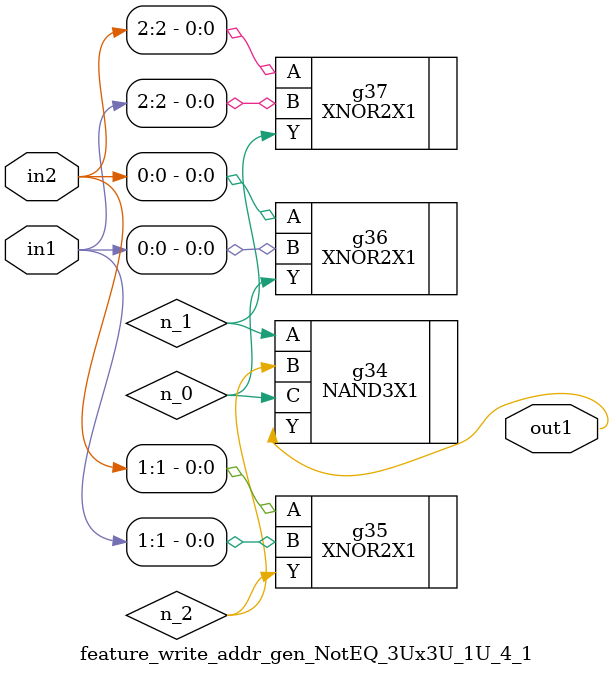
<source format=v>
`timescale 1ps / 1ps


module feature_write_addr_gen_NotEQ_3Ux3U_1U_4_1(in2, in1, out1);
  input [2:0] in2, in1;
  output out1;
  wire [2:0] in2, in1;
  wire out1;
  wire n_0, n_1, n_2;
  NAND3X1 g34(.A (n_1), .B (n_2), .C (n_0), .Y (out1));
  XNOR2X1 g35(.A (in2[1]), .B (in1[1]), .Y (n_2));
  XNOR2X1 g37(.A (in2[2]), .B (in1[2]), .Y (n_1));
  XNOR2X1 g36(.A (in2[0]), .B (in1[0]), .Y (n_0));
endmodule



</source>
